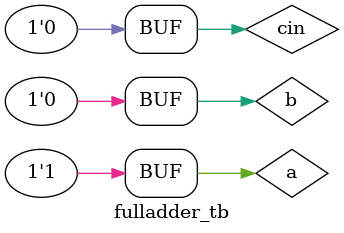
<source format=v>

`timescale 1ns/100ps
`include "fadd.v"

module fulladder_tb;

reg a,b, cin;
wire s,cout;

fulladder obj(a,b,cin,s,cout);

initial begin
	b = 0;
	cin = 0;
end

initial begin
	a = 0;
	#10 a = 0;
	#10 a = 0;
	#10 a = 0;
	#10 a = 1;
	#10 a = 1;
	#10 a = 1;
	#10 a = 1;
end

always begin
	#10 b = 0;
	#10 b = 1;
	#10 b = 1;
	#10 b = 0;
end

always begin
	#10 cin = 1;
	#10 cin = 0;
end

endmodule

</source>
